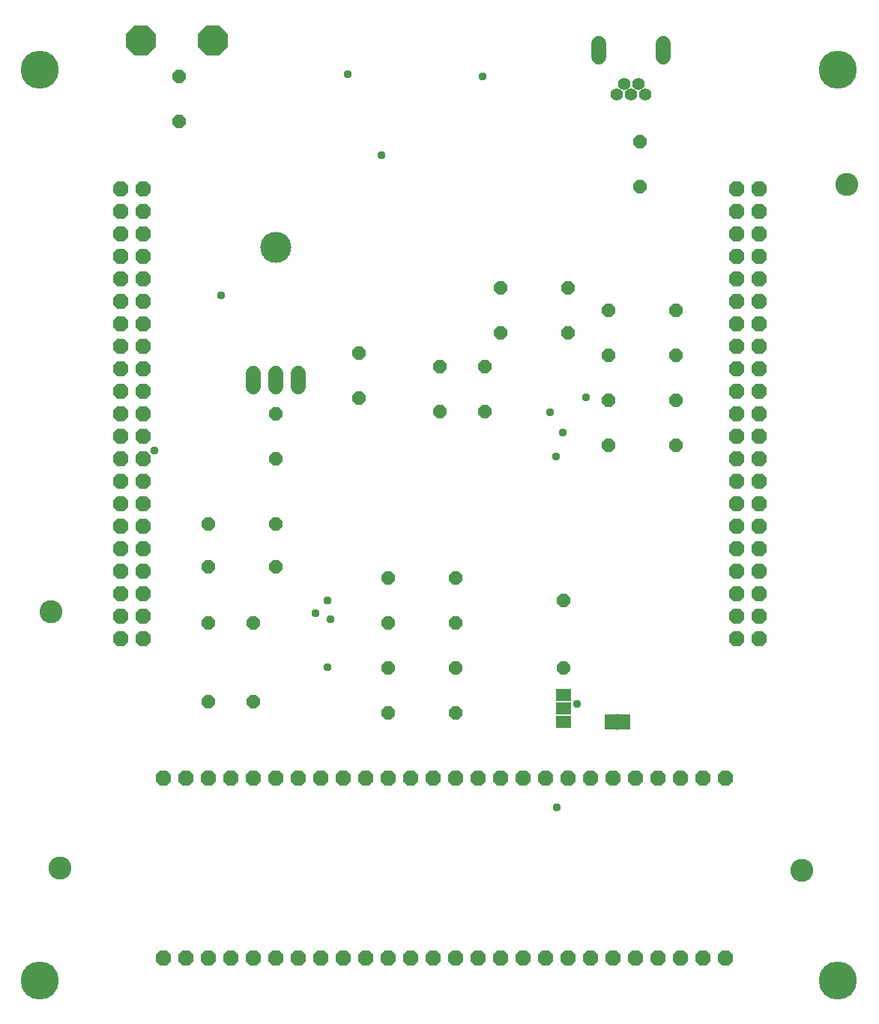
<source format=gbr>
G04 EAGLE Gerber RS-274X export*
G75*
%MOMM*%
%FSLAX34Y34*%
%LPD*%
%INSoldermask Bottom*%
%IPPOS*%
%AMOC8*
5,1,8,0,0,1.08239X$1,22.5*%
G01*
%ADD10P,1.852186X8X112.500000*%
%ADD11P,1.852186X8X22.500000*%
%ADD12C,1.727200*%
%ADD13C,3.505200*%
%ADD14P,1.649562X8X292.500000*%
%ADD15C,1.711200*%
%ADD16C,1.411200*%
%ADD17C,4.303200*%
%ADD18P,1.649562X8X202.500000*%
%ADD19P,1.649562X8X22.500000*%
%ADD20P,3.656530X8X22.500000*%
%ADD21R,1.803400X1.371600*%
%ADD22C,2.603200*%
%ADD23R,1.371600X1.803400*%
%ADD24R,0.152400X1.828800*%
%ADD25C,0.959600*%


D10*
X142240Y220980D03*
X167640Y220980D03*
X142240Y246380D03*
X167640Y246380D03*
X142240Y271780D03*
X167640Y271780D03*
X142240Y297180D03*
X167640Y297180D03*
X142240Y322580D03*
X167640Y322580D03*
X142240Y347980D03*
X167640Y347980D03*
X142240Y373380D03*
X167640Y373380D03*
X142240Y398780D03*
X167640Y398780D03*
X142240Y424180D03*
X167640Y424180D03*
X142240Y449580D03*
X167640Y449580D03*
X142240Y474980D03*
X167640Y474980D03*
X142240Y500380D03*
X167640Y500380D03*
X142240Y525780D03*
X167640Y525780D03*
X142240Y551180D03*
X167640Y551180D03*
X142240Y576580D03*
X167640Y576580D03*
X142240Y601980D03*
X167640Y601980D03*
X142240Y627380D03*
X167640Y627380D03*
X142240Y652780D03*
X167640Y652780D03*
X142240Y678180D03*
X167640Y678180D03*
X142240Y703580D03*
X167640Y703580D03*
X142240Y728980D03*
X167640Y728980D03*
X838200Y220980D03*
X863600Y220980D03*
X838200Y246380D03*
X863600Y246380D03*
X838200Y271780D03*
X863600Y271780D03*
X838200Y297180D03*
X863600Y297180D03*
X838200Y322580D03*
X863600Y322580D03*
X838200Y347980D03*
X863600Y347980D03*
X838200Y373380D03*
X863600Y373380D03*
X838200Y398780D03*
X863600Y398780D03*
X838200Y424180D03*
X863600Y424180D03*
X838200Y449580D03*
X863600Y449580D03*
X838200Y474980D03*
X863600Y474980D03*
X838200Y500380D03*
X863600Y500380D03*
X838200Y525780D03*
X863600Y525780D03*
X838200Y551180D03*
X863600Y551180D03*
X838200Y576580D03*
X863600Y576580D03*
X838200Y601980D03*
X863600Y601980D03*
X838200Y627380D03*
X863600Y627380D03*
X838200Y652780D03*
X863600Y652780D03*
X838200Y678180D03*
X863600Y678180D03*
X838200Y703580D03*
X863600Y703580D03*
X838200Y728980D03*
X863600Y728980D03*
D11*
X190500Y63500D03*
X215900Y63500D03*
X241300Y63500D03*
X266700Y63500D03*
X292100Y63500D03*
X317500Y63500D03*
X342900Y63500D03*
X368300Y63500D03*
X393700Y63500D03*
X419100Y63500D03*
X444500Y63500D03*
X469900Y63500D03*
X495300Y63500D03*
X520700Y63500D03*
X546100Y63500D03*
X571500Y63500D03*
X596900Y63500D03*
X622300Y63500D03*
X647700Y63500D03*
X673100Y63500D03*
X698500Y63500D03*
X723900Y63500D03*
X749300Y63500D03*
X774700Y63500D03*
X800100Y63500D03*
X825500Y63500D03*
X190500Y-139700D03*
X215900Y-139700D03*
X241300Y-139700D03*
X266700Y-139700D03*
X292100Y-139700D03*
X317500Y-139700D03*
X342900Y-139700D03*
X368300Y-139700D03*
X393700Y-139700D03*
X419100Y-139700D03*
X444500Y-139700D03*
X469900Y-139700D03*
X495300Y-139700D03*
X520700Y-139700D03*
X546100Y-139700D03*
X571500Y-139700D03*
X596900Y-139700D03*
X622300Y-139700D03*
X647700Y-139700D03*
X673100Y-139700D03*
X698500Y-139700D03*
X723900Y-139700D03*
X749300Y-139700D03*
X774700Y-139700D03*
X800100Y-139700D03*
X825500Y-139700D03*
D12*
X292100Y505460D02*
X292100Y520700D01*
X317500Y520700D02*
X317500Y505460D01*
X342900Y505460D02*
X342900Y520700D01*
D13*
X317500Y662940D03*
D14*
X317500Y474980D03*
X317500Y424180D03*
X411480Y543560D03*
X411480Y492760D03*
D15*
X755320Y878310D02*
X755320Y893390D01*
X682320Y893390D02*
X682320Y878310D01*
D16*
X710820Y847350D03*
X718820Y835350D03*
X734820Y835350D03*
X702820Y835350D03*
X726820Y847350D03*
D17*
X50800Y-165100D03*
X952500Y863600D03*
X952500Y-165100D03*
X50800Y863600D03*
D14*
X728980Y782320D03*
X728980Y731520D03*
D18*
X292100Y238760D03*
X241300Y238760D03*
X292100Y149860D03*
X241300Y149860D03*
X317500Y302260D03*
X241300Y302260D03*
D19*
X444500Y137160D03*
X520700Y137160D03*
X444500Y187960D03*
X520700Y187960D03*
X444500Y238760D03*
X520700Y238760D03*
X444500Y289560D03*
X520700Y289560D03*
D20*
X165100Y896620D03*
X246380Y896620D03*
D14*
X208280Y855980D03*
X208280Y805180D03*
D18*
X553720Y528320D03*
X502920Y528320D03*
X553720Y477520D03*
X502920Y477520D03*
D19*
X571500Y617220D03*
X647700Y617220D03*
D14*
X642620Y264160D03*
X642620Y187960D03*
D21*
X642620Y127000D03*
X642620Y142240D03*
X642620Y157480D03*
D19*
X693420Y439420D03*
X769620Y439420D03*
X693420Y490220D03*
X769620Y490220D03*
X693420Y541020D03*
X769620Y541020D03*
X693420Y591820D03*
X769620Y591820D03*
X571500Y566420D03*
X647700Y566420D03*
D22*
X63500Y251460D03*
X911860Y-40640D03*
D18*
X317500Y350520D03*
X241300Y350520D03*
D23*
X711200Y127000D03*
X695960Y127000D03*
D24*
X703580Y127000D03*
D22*
X73660Y-38100D03*
X962660Y734060D03*
D25*
X398780Y858520D03*
X551180Y855980D03*
X436880Y767080D03*
X255524Y609092D03*
X668020Y493776D03*
X378968Y242824D03*
X179832Y433832D03*
X361696Y249936D03*
X375920Y264160D03*
X657352Y147320D03*
X641096Y454152D03*
X375920Y188976D03*
X635000Y30480D03*
X626872Y476504D03*
X633984Y426720D03*
M02*

</source>
